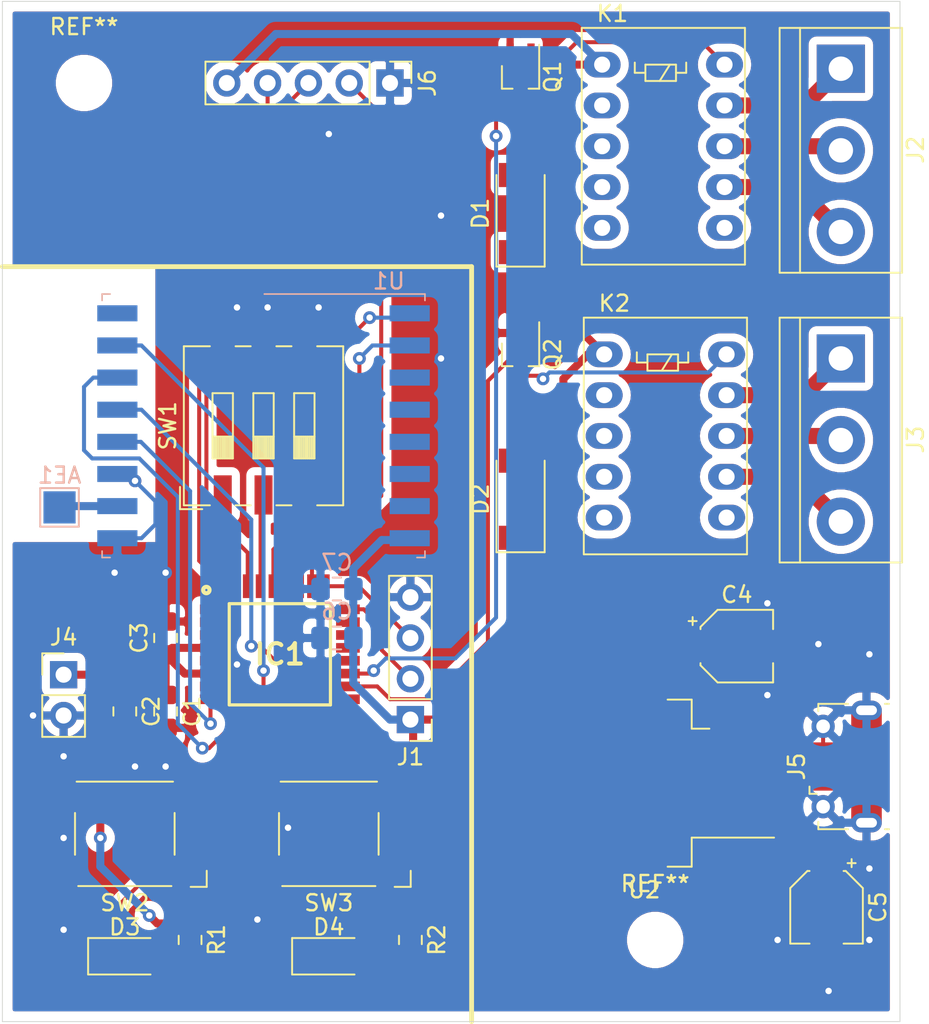
<source format=kicad_pcb>
(kicad_pcb (version 20171130) (host pcbnew 5.1.7-a382d34a8~87~ubuntu18.04.1)
  (layers (0 F.Cu signal) (31 B.Cu signal) (34 B.Paste user) (35 F.Paste user) (36 B.SilkS user) (37 F.SilkS user) (38 B.Mask user) (39 F.Mask user) (44 Edge.Cuts user))
  (net 0 "")
  (net 1 "Net-(IC1-Pad23)")
  (net 2 "Net-(IC1-Pad22)")
  (net 3 "Net-(IC1-Pad21)")
  (net 4 "Net-(IC1-Pad20)")
  (net 5 "Net-(IC1-Pad17)")
  (net 6 "Net-(IC1-Pad12)")
  (net 7 "Net-(IC1-Pad7)")
  (net 8 "Net-(IC1-Pad3)")
  (net 9 "Net-(IC1-Pad2)")
  (net 10 "Net-(AE1-Pad1)")
  (net 11 GND)
  (net 12 VDD)
  (net 13 "Net-(C4-Pad1)")
  (net 14 "Net-(D1-Pad2)")
  (net 15 "Net-(D2-Pad2)")
  (net 16 "Net-(D3-Pad2)")
  (net 17 /LED-1)
  (net 18 "Net-(D4-Pad2)")
  (net 19 /LED-2)
  (net 20 /CODE-3)
  (net 21 /CODE-2)
  (net 22 /CODE-1)
  (net 23 /SWCLK)
  (net 24 /SWDIO)
  (net 25 /RELAY-1)
  (net 26 /RELAY-2)
  (net 27 /BTN-2)
  (net 28 /BTN-1)
  (net 29 /MISO)
  (net 30 /RF_IRQ)
  (net 31 /NSS)
  (net 32 /MOSI)
  (net 33 /SCK)
  (net 34 /RF_RST)
  (net 35 "Net-(J2-Pad3)")
  (net 36 "Net-(J2-Pad2)")
  (net 37 "Net-(J2-Pad1)")
  (net 38 "Net-(J3-Pad3)")
  (net 39 "Net-(J3-Pad2)")
  (net 40 "Net-(J3-Pad1)")
  (net 41 "Net-(J5-Pad3)")
  (net 42 "Net-(J5-Pad4)")
  (net 43 "Net-(J5-Pad2)")
  (net 44 "Net-(K1-Pad4)")
  (net 45 "Net-(K1-Pad3)")
  (net 46 "Net-(K1-Pad2)")
  (net 47 "Net-(K2-Pad4)")
  (net 48 "Net-(K2-Pad3)")
  (net 49 "Net-(K2-Pad2)")
  (net 50 "Net-(U1-Pad3)")
  (net 51 "Net-(U1-Pad4)")
  (net 52 "Net-(U1-Pad5)")
  (net 53 "Net-(U1-Pad6)")
  (net 54 "Net-(U1-Pad7)")
  (net 55 "Net-(U1-Pad16)")
  (net 56 /EXT-2)
  (net 57 /EXT-3)
  (net 58 /EXT-1)
  (module Connector_PinHeader_2.54mm:PinHeader_1x05_P2.54mm_Vertical (layer F.Cu) (at 49.53 43.18 270)
    (fp_text reference J6 (at 0 -2.33 90) (layer F.SilkS))
    (fp_text value EXTERNAL)
    (pad 5 thru_hole oval (at 0 10.16 270) (size 1.7 1.7) (drill 1) (layers *.Cu *.Mask) (net 12 VDD))
    (pad 4 thru_hole oval (at 0 7.62 270) (size 1.7 1.7) (drill 1) (layers *.Cu *.Mask) (net 58 /EXT-1))
    (pad 3 thru_hole oval (at 0 5.08 270) (size 1.7 1.7) (drill 1) (layers *.Cu *.Mask) (net 56 /EXT-2))
    (pad 2 thru_hole oval (at 0 2.54 270) (size 1.7 1.7) (drill 1) (layers *.Cu *.Mask) (net 57 /EXT-3))
    (pad 1 thru_hole rect (at 0 0 270) (size 1.7 1.7) (drill 1) (layers *.Cu *.Mask) (net 11 GND))
  )
  (module MountingHole:MountingHole_2.5mm (layer F.Cu) (at 66.04 96.52)
    (fp_text reference REF** (at 0 -3.5) (layer F.SilkS))
    (fp_text value MountingHole_2.5mm)
    (pad 1 np_thru_hole circle (at 0 0) (size 2.5 2.5) (drill 2.5) (layers *.Cu *.Mask))
  )
  (module MountingHole:MountingHole_2.5mm (layer F.Cu) (at 30.48 43.18)
    (fp_text reference REF** (at 0 -3.5) (layer F.SilkS))
    (fp_text value MountingHole_2.5mm)
    (pad 1 np_thru_hole circle (at 0 0) (size 2.5 2.5) (drill 2.5) (layers *.Cu *.Mask))
  )
  (module Package_TO_SOT_SMD:TO-263-3_TabPin2 (layer F.Cu) (at 65.363 86.76 180)
    (fp_text reference U2 (at 0 -6.65) (layer F.SilkS))
    (fp_text value LD1085D2T33R)
    (pad 2 smd rect (at 3.375 0 180) (size 9.4 10.8) (layers F.Cu F.Mask) (net 12 VDD))
    (pad 3 smd rect (at -5.775 2.54 180) (size 4.6 1.1) (layers F.Cu F.Paste F.Mask) (net 13 "Net-(C4-Pad1)"))
    (pad 2 smd rect (at -5.775 0 180) (size 4.6 1.1) (layers F.Cu F.Paste F.Mask) (net 12 VDD))
    (pad 1 smd rect (at -5.775 -2.54 180) (size 4.6 1.1) (layers F.Cu F.Paste F.Mask) (net 11 GND))
  )
  (module RF_Module:HOPERF_RFM69HW (layer B.Cu) (at 41.656 64.516 180)
    (fp_text reference U1 (at -7.8 9) (layer B.SilkS) (effects (justify mirror)))
    (fp_text value RFM69HW-868S2)
    (pad 1 smd rect (at -9.1 7 180) (size 2.5 1) (layers B.Cu B.Paste B.Mask) (net 34 /RF_RST))
    (pad 2 smd rect (at -9.1 5 180) (size 2.5 1) (layers B.Cu B.Paste B.Mask) (net 30 /RF_IRQ))
    (pad 3 smd rect (at -9.1 3 180) (size 2.5 1) (layers B.Cu B.Paste B.Mask) (net 50 "Net-(U1-Pad3)"))
    (pad 4 smd rect (at -9.1 1 180) (size 2.5 1) (layers B.Cu B.Paste B.Mask) (net 51 "Net-(U1-Pad4)"))
    (pad 5 smd rect (at -9.1 -1 180) (size 2.5 1) (layers B.Cu B.Paste B.Mask) (net 52 "Net-(U1-Pad5)"))
    (pad 6 smd rect (at -9.1 -3 180) (size 2.5 1) (layers B.Cu B.Paste B.Mask) (net 53 "Net-(U1-Pad6)"))
    (pad 7 smd rect (at -9.1 -5 180) (size 2.5 1) (layers B.Cu B.Paste B.Mask) (net 54 "Net-(U1-Pad7)"))
    (pad 8 smd rect (at -9.1 -7 180) (size 2.5 1) (layers B.Cu B.Paste B.Mask) (net 12 VDD))
    (pad 9 smd rect (at 9.1 -7 180) (size 2.5 1) (layers B.Cu B.Paste B.Mask) (net 11 GND))
    (pad 10 smd rect (at 9.1 -5 180) (size 2.5 1) (layers B.Cu B.Paste B.Mask) (net 10 "Net-(AE1-Pad1)"))
    (pad 11 smd rect (at 9.1 -3 180) (size 2.5 1) (layers B.Cu B.Paste B.Mask) (net 11 GND))
    (pad 12 smd rect (at 9.1 -1 180) (size 2.5 1) (layers B.Cu B.Paste B.Mask) (net 33 /SCK))
    (pad 13 smd rect (at 9.1 1 180) (size 2.5 1) (layers B.Cu B.Paste B.Mask) (net 29 /MISO))
    (pad 14 smd rect (at 9.1 3 180) (size 2.5 1) (layers B.Cu B.Paste B.Mask) (net 32 /MOSI))
    (pad 15 smd rect (at 9.1 5 180) (size 2.5 1) (layers B.Cu B.Paste B.Mask) (net 31 /NSS))
    (pad 16 smd rect (at 9.1 7 180) (size 2.5 1) (layers B.Cu B.Paste B.Mask) (net 55 "Net-(U1-Pad16)"))
  )
  (module Button_Switch_SMD:SW_SPST_Omron_B3FS-101xP (layer F.Cu) (at 45.72 89.916 180)
    (fp_text reference SW3 (at 0 -4.3) (layer F.SilkS))
    (fp_text value BTN2)
    (pad 3 smd rect (at -4 2.25) (size 1.6 1.4) (layers F.Cu F.Paste F.Mask))
    (pad 4 smd rect (at 4 2.25) (size 1.6 1.4) (layers F.Cu F.Paste F.Mask))
    (pad 1 smd rect (at -4 -2.25) (size 1.6 1.4) (layers F.Cu F.Paste F.Mask) (net 27 /BTN-2))
    (pad 2 smd rect (at 4 -2.25) (size 1.6 1.4) (layers F.Cu F.Paste F.Mask) (net 11 GND))
  )
  (module Button_Switch_SMD:SW_SPST_Omron_B3FS-101xP (layer F.Cu) (at 33.02 89.916 180)
    (fp_text reference SW2 (at 0 -4.3) (layer F.SilkS))
    (fp_text value BTN1)
    (pad 3 smd rect (at -4 2.25) (size 1.6 1.4) (layers F.Cu F.Paste F.Mask))
    (pad 4 smd rect (at 4 2.25) (size 1.6 1.4) (layers F.Cu F.Paste F.Mask))
    (pad 1 smd rect (at -4 -2.25) (size 1.6 1.4) (layers F.Cu F.Paste F.Mask) (net 28 /BTN-1))
    (pad 2 smd rect (at 4 -2.25) (size 1.6 1.4) (layers F.Cu F.Paste F.Mask) (net 11 GND))
  )
  (module Button_Switch_SMD:SW_DIP_SPSTx03_Slide_9.78x9.8mm_W8.61mm_P2.54mm (layer F.Cu) (at 41.656 64.516 90)
    (fp_text reference SW1 (at 0 -5.96 90) (layer F.SilkS))
    (fp_text value ESD103EZ)
    (pad 6 smd rect (at 4.305 -2.54 90) (size 2.44 1.12) (layers F.Cu F.Paste F.Mask) (net 11 GND))
    (pad 3 smd rect (at -4.305 2.54 90) (size 2.44 1.12) (layers F.Cu F.Paste F.Mask) (net 20 /CODE-3))
    (pad 5 smd rect (at 4.305 0 90) (size 2.44 1.12) (layers F.Cu F.Paste F.Mask) (net 11 GND))
    (pad 2 smd rect (at -4.305 0 90) (size 2.44 1.12) (layers F.Cu F.Paste F.Mask) (net 21 /CODE-2))
    (pad 4 smd rect (at 4.305 2.54 90) (size 2.44 1.12) (layers F.Cu F.Paste F.Mask) (net 11 GND))
    (pad 1 smd rect (at -4.305 -2.54 90) (size 2.44 1.12) (layers F.Cu F.Paste F.Mask) (net 22 /CODE-1))
  )
  (module Resistor_SMD:R_0805_2012Metric_Pad1.15x1.40mm_HandSolder (layer F.Cu) (at 50.8 96.52 270)
    (fp_text reference R2 (at 0 -1.65 90) (layer F.SilkS))
    (fp_text value R_Small)
    (pad 2 smd roundrect (at 1.025 0 270) (size 1.15 1.4) (layers F.Cu F.Paste F.Mask) (roundrect_rratio 0.217391) (net 18 "Net-(D4-Pad2)"))
    (pad 1 smd roundrect (at -1.025 0 270) (size 1.15 1.4) (layers F.Cu F.Paste F.Mask) (roundrect_rratio 0.217391) (net 12 VDD))
  )
  (module Resistor_SMD:R_0805_2012Metric_Pad1.15x1.40mm_HandSolder (layer F.Cu) (at 37.084 96.52 270)
    (fp_text reference R1 (at 0 -1.65 90) (layer F.SilkS))
    (fp_text value R_Small)
    (pad 2 smd roundrect (at 1.025 0 270) (size 1.15 1.4) (layers F.Cu F.Paste F.Mask) (roundrect_rratio 0.217391) (net 16 "Net-(D3-Pad2)"))
    (pad 1 smd roundrect (at -1.025 0 270) (size 1.15 1.4) (layers F.Cu F.Paste F.Mask) (roundrect_rratio 0.217391) (net 12 VDD))
  )
  (module Package_TO_SOT_SMD:SOT-323_SC-70_Handsoldering (layer F.Cu) (at 57.658 60.071 270)
    (fp_text reference Q2 (at 0 -2 90) (layer F.SilkS))
    (fp_text value PDTC114EU)
    (pad 3 smd rect (at 1.33 0 180) (size 0.45 1.5) (layers F.Cu F.Paste F.Mask) (net 15 "Net-(D2-Pad2)"))
    (pad 2 smd rect (at -1.33 0.65 180) (size 0.45 1.5) (layers F.Cu F.Paste F.Mask) (net 11 GND))
    (pad 1 smd rect (at -1.33 -0.65 180) (size 0.45 1.5) (layers F.Cu F.Paste F.Mask) (net 26 /RELAY-2))
  )
  (module Package_TO_SOT_SMD:SOT-323_SC-70_Handsoldering (layer F.Cu) (at 57.658 42.799 270)
    (fp_text reference Q1 (at 0 -2 90) (layer F.SilkS))
    (fp_text value PDTC114EU)
    (pad 3 smd rect (at 1.33 0 180) (size 0.45 1.5) (layers F.Cu F.Paste F.Mask) (net 14 "Net-(D1-Pad2)"))
    (pad 2 smd rect (at -1.33 0.65 180) (size 0.45 1.5) (layers F.Cu F.Paste F.Mask) (net 11 GND))
    (pad 1 smd rect (at -1.33 -0.65 180) (size 0.45 1.5) (layers F.Cu F.Paste F.Mask) (net 25 /RELAY-1))
  )
  (module Relay_THT:Relay_DPDT_FRT5 (layer F.Cu) (at 62.865 60.071)
    (fp_text reference K2 (at 0.635 -3.175) (layer F.SilkS))
    (fp_text value AZ822-2C-3DSE)
    (pad 10 thru_hole oval (at 7.62 0) (size 2.3 1.6) (drill 1) (layers *.Cu *.Mask) (net 15 "Net-(D2-Pad2)"))
    (pad 9 thru_hole oval (at 7.62 2.54) (size 2.3 1.6) (drill 1) (layers *.Cu *.Mask) (net 40 "Net-(J3-Pad1)"))
    (pad 8 thru_hole oval (at 7.62 5.08) (size 2.3 1.6) (drill 1) (layers *.Cu *.Mask) (net 39 "Net-(J3-Pad2)"))
    (pad 7 thru_hole oval (at 7.62 7.62) (size 2.3 1.6) (drill 1) (layers *.Cu *.Mask) (net 38 "Net-(J3-Pad3)"))
    (pad 6 thru_hole oval (at 7.62 10.16) (size 2.3 1.6) (drill 1) (layers *.Cu *.Mask))
    (pad 5 thru_hole oval (at 0 10.16) (size 2.3 1.6) (drill 1) (layers *.Cu *.Mask))
    (pad 4 thru_hole oval (at 0 7.62) (size 2.3 1.6) (drill 1) (layers *.Cu *.Mask) (net 47 "Net-(K2-Pad4)"))
    (pad 3 thru_hole oval (at 0 5.08) (size 2.3 1.6) (drill 1) (layers *.Cu *.Mask) (net 48 "Net-(K2-Pad3)"))
    (pad 2 thru_hole oval (at 0 2.54) (size 2.3 1.6) (drill 1) (layers *.Cu *.Mask) (net 49 "Net-(K2-Pad2)"))
    (pad 1 thru_hole oval (at 0 0) (size 2.3 1.6) (drill 1) (layers *.Cu *.Mask) (net 12 VDD))
  )
  (module Relay_THT:Relay_DPDT_FRT5 (layer F.Cu) (at 62.738 42.037)
    (fp_text reference K1 (at 0.635 -3.175) (layer F.SilkS))
    (fp_text value AZ822-2C-3DSE)
    (pad 10 thru_hole oval (at 7.62 0) (size 2.3 1.6) (drill 1) (layers *.Cu *.Mask) (net 14 "Net-(D1-Pad2)"))
    (pad 9 thru_hole oval (at 7.62 2.54) (size 2.3 1.6) (drill 1) (layers *.Cu *.Mask) (net 37 "Net-(J2-Pad1)"))
    (pad 8 thru_hole oval (at 7.62 5.08) (size 2.3 1.6) (drill 1) (layers *.Cu *.Mask) (net 36 "Net-(J2-Pad2)"))
    (pad 7 thru_hole oval (at 7.62 7.62) (size 2.3 1.6) (drill 1) (layers *.Cu *.Mask) (net 35 "Net-(J2-Pad3)"))
    (pad 6 thru_hole oval (at 7.62 10.16) (size 2.3 1.6) (drill 1) (layers *.Cu *.Mask))
    (pad 5 thru_hole oval (at 0 10.16) (size 2.3 1.6) (drill 1) (layers *.Cu *.Mask))
    (pad 4 thru_hole oval (at 0 7.62) (size 2.3 1.6) (drill 1) (layers *.Cu *.Mask) (net 44 "Net-(K1-Pad4)"))
    (pad 3 thru_hole oval (at 0 5.08) (size 2.3 1.6) (drill 1) (layers *.Cu *.Mask) (net 45 "Net-(K1-Pad3)"))
    (pad 2 thru_hole oval (at 0 2.54) (size 2.3 1.6) (drill 1) (layers *.Cu *.Mask) (net 46 "Net-(K1-Pad2)"))
    (pad 1 thru_hole oval (at 0 0) (size 2.3 1.6) (drill 1) (layers *.Cu *.Mask) (net 12 VDD))
  )
  (module Connector_USB:USB_Micro-B_Molex-105017-0001 (layer F.Cu) (at 77.957 85.725 90)
    (fp_text reference J5 (at 0 -3.1125 90) (layer F.SilkS))
    (fp_text value USB_B_Micro)
    (pad 6 smd rect (at -2.9 1.2375 90) (size 1.2 1.9) (layers F.Cu F.Mask) (net 11 GND))
    (pad 6 smd rect (at 2.9 1.2375 90) (size 1.2 1.9) (layers F.Cu F.Mask) (net 11 GND))
    (pad 6 thru_hole oval (at 3.5 1.2375 90) (size 1.2 1.9) (drill oval 0.6 1.3) (layers *.Cu *.Mask) (net 11 GND))
    (pad 6 thru_hole oval (at -3.5 1.2375 270) (size 1.2 1.9) (drill oval 0.6 1.3) (layers *.Cu *.Mask) (net 11 GND))
    (pad 6 smd rect (at -1 1.2375 90) (size 1.5 1.9) (layers F.Cu F.Paste F.Mask) (net 11 GND))
    (pad 6 thru_hole circle (at 2.5 -1.4625 90) (size 1.45 1.45) (drill 0.85) (layers *.Cu *.Mask) (net 11 GND))
    (pad 3 smd rect (at 0 -1.4625 90) (size 0.4 1.35) (layers F.Cu F.Paste F.Mask) (net 41 "Net-(J5-Pad3)"))
    (pad 4 smd rect (at 0.65 -1.4625 90) (size 0.4 1.35) (layers F.Cu F.Paste F.Mask) (net 42 "Net-(J5-Pad4)"))
    (pad 5 smd rect (at 1.3 -1.4625 90) (size 0.4 1.35) (layers F.Cu F.Paste F.Mask) (net 11 GND))
    (pad 1 smd rect (at -1.3 -1.4625 90) (size 0.4 1.35) (layers F.Cu F.Paste F.Mask) (net 13 "Net-(C4-Pad1)"))
    (pad 2 smd rect (at -0.65 -1.4625 90) (size 0.4 1.35) (layers F.Cu F.Paste F.Mask) (net 43 "Net-(J5-Pad2)"))
    (pad 6 thru_hole circle (at -2.5 -1.4625 90) (size 1.45 1.45) (drill 0.85) (layers *.Cu *.Mask) (net 11 GND))
    (pad 6 smd rect (at 1 1.2375 90) (size 1.5 1.9) (layers F.Cu F.Paste F.Mask) (net 11 GND))
  )
  (module Connector_PinHeader_2.54mm:PinHeader_1x02_P2.54mm_Vertical (layer F.Cu) (at 29.21 80.01)
    (fp_text reference J4 (at 0 -2.33) (layer F.SilkS))
    (fp_text value BATT)
    (pad 2 thru_hole oval (at 0 2.54) (size 1.7 1.7) (drill 1) (layers *.Cu *.Mask) (net 11 GND))
    (pad 1 thru_hole rect (at 0 0) (size 1.7 1.7) (drill 1) (layers *.Cu *.Mask) (net 12 VDD))
  )
  (module TerminalBlock:TerminalBlock_bornier-3_P5.08mm (layer F.Cu) (at 77.597 60.325 270)
    (fp_text reference J3 (at 5.05 -4.65 90) (layer F.SilkS))
    (fp_text value CON-2)
    (pad 3 thru_hole circle (at 10.16 0 270) (size 3 3) (drill 1.52) (layers *.Cu *.Mask) (net 38 "Net-(J3-Pad3)"))
    (pad 2 thru_hole circle (at 5.08 0 270) (size 3 3) (drill 1.52) (layers *.Cu *.Mask) (net 39 "Net-(J3-Pad2)"))
    (pad 1 thru_hole rect (at 0 0 270) (size 3 3) (drill 1.52) (layers *.Cu *.Mask) (net 40 "Net-(J3-Pad1)"))
  )
  (module TerminalBlock:TerminalBlock_bornier-3_P5.08mm (layer F.Cu) (at 77.597 42.291 270)
    (fp_text reference J2 (at 5.05 -4.65 90) (layer F.SilkS))
    (fp_text value CON-1)
    (pad 3 thru_hole circle (at 10.16 0 270) (size 3 3) (drill 1.52) (layers *.Cu *.Mask) (net 35 "Net-(J2-Pad3)"))
    (pad 2 thru_hole circle (at 5.08 0 270) (size 3 3) (drill 1.52) (layers *.Cu *.Mask) (net 36 "Net-(J2-Pad2)"))
    (pad 1 thru_hole rect (at 0 0 270) (size 3 3) (drill 1.52) (layers *.Cu *.Mask) (net 37 "Net-(J2-Pad1)"))
  )
  (module Connector_PinHeader_2.54mm:PinHeader_1x04_P2.54mm_Vertical (layer F.Cu) (at 50.8 82.804 180)
    (fp_text reference J1 (at 0 -2.33) (layer F.SilkS))
    (fp_text value PRG)
    (pad 4 thru_hole oval (at 0 7.62 180) (size 1.7 1.7) (drill 1) (layers *.Cu *.Mask) (net 11 GND))
    (pad 3 thru_hole oval (at 0 5.08 180) (size 1.7 1.7) (drill 1) (layers *.Cu *.Mask) (net 23 /SWCLK))
    (pad 2 thru_hole oval (at 0 2.54 180) (size 1.7 1.7) (drill 1) (layers *.Cu *.Mask) (net 24 /SWDIO))
    (pad 1 thru_hole rect (at 0 0 180) (size 1.7 1.7) (drill 1) (layers *.Cu *.Mask) (net 12 VDD))
  )
  (module Diode_SMD:D_1206_3216Metric (layer F.Cu) (at 45.72 97.536)
    (fp_text reference D4 (at 0 -1.82) (layer F.SilkS))
    (fp_text value LED)
    (pad 2 smd roundrect (at 1.4 0) (size 1.25 1.75) (layers F.Cu F.Paste F.Mask) (roundrect_rratio 0.2) (net 18 "Net-(D4-Pad2)"))
    (pad 1 smd roundrect (at -1.4 0) (size 1.25 1.75) (layers F.Cu F.Paste F.Mask) (roundrect_rratio 0.2) (net 19 /LED-2))
  )
  (module Diode_SMD:D_1206_3216Metric (layer F.Cu) (at 33.02 97.536)
    (fp_text reference D3 (at 0 -1.82) (layer F.SilkS))
    (fp_text value LED)
    (pad 2 smd roundrect (at 1.4 0) (size 1.25 1.75) (layers F.Cu F.Paste F.Mask) (roundrect_rratio 0.2) (net 16 "Net-(D3-Pad2)"))
    (pad 1 smd roundrect (at -1.4 0) (size 1.25 1.75) (layers F.Cu F.Paste F.Mask) (roundrect_rratio 0.2) (net 17 /LED-1))
  )
  (module Diode_SMD:D_MELF (layer F.Cu) (at 57.658 69.088 90)
    (fp_text reference D2 (at 0 -2.5 90) (layer F.SilkS))
    (fp_text value D_Schottky)
    (pad 2 smd rect (at 2.4 0 90) (size 1.5 2.7) (layers F.Cu F.Paste F.Mask) (net 15 "Net-(D2-Pad2)"))
    (pad 1 smd rect (at -2.4 0 90) (size 1.5 2.7) (layers F.Cu F.Paste F.Mask) (net 12 VDD))
  )
  (module Diode_SMD:D_MELF (layer F.Cu) (at 57.658 51.308 90)
    (fp_text reference D1 (at 0 -2.5 90) (layer F.SilkS))
    (fp_text value D_Schottky)
    (pad 2 smd rect (at 2.4 0 90) (size 1.5 2.7) (layers F.Cu F.Paste F.Mask) (net 14 "Net-(D1-Pad2)"))
    (pad 1 smd rect (at -2.4 0 90) (size 1.5 2.7) (layers F.Cu F.Paste F.Mask) (net 12 VDD))
  )
  (module Capacitor_SMD:C_0805_2012Metric_Pad1.15x1.40mm_HandSolder (layer B.Cu) (at 46.228 74.676 180)
    (fp_text reference C7 (at 0 1.65) (layer B.SilkS) (effects (justify mirror)))
    (fp_text value 1uF)
    (pad 2 smd roundrect (at 1.025 0 180) (size 1.15 1.4) (layers B.Cu B.Paste B.Mask) (roundrect_rratio 0.217391) (net 11 GND))
    (pad 1 smd roundrect (at -1.025 0 180) (size 1.15 1.4) (layers B.Cu B.Paste B.Mask) (roundrect_rratio 0.217391) (net 12 VDD))
  )
  (module Capacitor_SMD:C_0805_2012Metric_Pad1.15x1.40mm_HandSolder (layer B.Cu) (at 46.228 77.724 180)
    (fp_text reference C6 (at 0 1.65) (layer B.SilkS) (effects (justify mirror)))
    (fp_text value 100nF)
    (pad 2 smd roundrect (at 1.025 0 180) (size 1.15 1.4) (layers B.Cu B.Paste B.Mask) (roundrect_rratio 0.217391) (net 11 GND))
    (pad 1 smd roundrect (at -1.025 0 180) (size 1.15 1.4) (layers B.Cu B.Paste B.Mask) (roundrect_rratio 0.217391) (net 12 VDD))
  )
  (module Capacitor_SMD:CP_Elec_4x5.3 (layer F.Cu) (at 76.708 94.488 270)
    (fp_text reference C5 (at 0 -3.2 90) (layer F.SilkS))
    (fp_text value 10uF)
    (pad 2 smd roundrect (at 1.8 0 270) (size 2.6 1.6) (layers F.Cu F.Paste F.Mask) (roundrect_rratio 0.15625) (net 11 GND))
    (pad 1 smd roundrect (at -1.8 0 270) (size 2.6 1.6) (layers F.Cu F.Paste F.Mask) (roundrect_rratio 0.15625) (net 12 VDD))
  )
  (module Capacitor_SMD:CP_Elec_4x5.3 (layer F.Cu) (at 71.12 78.232)
    (fp_text reference C4 (at 0 -3.2) (layer F.SilkS))
    (fp_text value 10uF)
    (pad 2 smd roundrect (at 1.8 0) (size 2.6 1.6) (layers F.Cu F.Paste F.Mask) (roundrect_rratio 0.15625) (net 11 GND))
    (pad 1 smd roundrect (at -1.8 0) (size 2.6 1.6) (layers F.Cu F.Paste F.Mask) (roundrect_rratio 0.15625) (net 13 "Net-(C4-Pad1)"))
  )
  (module Capacitor_SMD:C_0805_2012Metric_Pad1.15x1.40mm_HandSolder (layer F.Cu) (at 35.56 77.724 90)
    (fp_text reference C3 (at 0 -1.65 90) (layer F.SilkS))
    (fp_text value 100nF)
    (pad 2 smd roundrect (at 1.025 0 90) (size 1.15 1.4) (layers F.Cu F.Paste F.Mask) (roundrect_rratio 0.217391) (net 11 GND))
    (pad 1 smd roundrect (at -1.025 0 90) (size 1.15 1.4) (layers F.Cu F.Paste F.Mask) (roundrect_rratio 0.217391) (net 12 VDD))
  )
  (module Capacitor_SMD:C_0805_2012Metric_Pad1.15x1.40mm_HandSolder (layer F.Cu) (at 33.02 82.296 270)
    (fp_text reference C2 (at 0 -1.65 90) (layer F.SilkS))
    (fp_text value 4.7uF)
    (pad 2 smd roundrect (at 1.025 0 270) (size 1.15 1.4) (layers F.Cu F.Paste F.Mask) (roundrect_rratio 0.217391) (net 11 GND))
    (pad 1 smd roundrect (at -1.025 0 270) (size 1.15 1.4) (layers F.Cu F.Paste F.Mask) (roundrect_rratio 0.217391) (net 12 VDD))
  )
  (module Capacitor_SMD:C_0805_2012Metric_Pad1.15x1.40mm_HandSolder (layer F.Cu) (at 35.56 82.296 270)
    (fp_text reference C1 (at 0 -1.65 90) (layer F.SilkS))
    (fp_text value 100nF)
    (pad 2 smd roundrect (at 1.025 0 270) (size 1.15 1.4) (layers F.Cu F.Paste F.Mask) (roundrect_rratio 0.217391) (net 11 GND))
    (pad 1 smd roundrect (at -1.025 0 270) (size 1.15 1.4) (layers F.Cu F.Paste F.Mask) (roundrect_rratio 0.217391) (net 12 VDD))
  )
  (module TestPoint:TestPoint_Pad_2.0x2.0mm (layer B.Cu) (at 28.956 69.596 180)
    (fp_text reference AE1 (at 0 1.998) (layer B.SilkS) (effects (justify mirror)))
    (fp_text value Antenna)
    (pad 1 smd rect (at 0 0 180) (size 2 2) (layers B.Cu B.Mask) (net 10 "Net-(AE1-Pad1)"))
  )
  (module STM32G030K8T6:QFP80P900X900X160-32N (layer F.Cu) (at 42.672 78.74)
    (fp_text reference IC1 (at 0 0) (layer F.SilkS) (effects (font (size 1.27 1.27) (thickness 0.254))))
    (fp_text value STM32G030K8T6 hide)
    (pad 32 smd rect (at -2.8 -4.238) (size 0.6 1.475) (layers F.Cu F.Paste F.Mask) (net 56 /EXT-2))
    (pad 31 smd rect (at -2 -4.238) (size 0.6 1.475) (layers F.Cu F.Paste F.Mask) (net 22 /CODE-1))
    (pad 30 smd rect (at -1.2 -4.238) (size 0.6 1.475) (layers F.Cu F.Paste F.Mask) (net 21 /CODE-2))
    (pad 29 smd rect (at -0.4 -4.238) (size 0.6 1.475) (layers F.Cu F.Paste F.Mask) (net 20 /CODE-3))
    (pad 28 smd rect (at 0.4 -4.238) (size 0.6 1.475) (layers F.Cu F.Paste F.Mask) (net 34 /RF_RST))
    (pad 27 smd rect (at 1.2 -4.238) (size 0.6 1.475) (layers F.Cu F.Paste F.Mask) (net 30 /RF_IRQ))
    (pad 26 smd rect (at 2 -4.238) (size 0.6 1.475) (layers F.Cu F.Paste F.Mask) (net 57 /EXT-3))
    (pad 25 smd rect (at 2.8 -4.238) (size 0.6 1.475) (layers F.Cu F.Paste F.Mask) (net 23 /SWCLK))
    (pad 24 smd rect (at 4.238 -2.8 90) (size 0.6 1.475) (layers F.Cu F.Paste F.Mask) (net 24 /SWDIO))
    (pad 23 smd rect (at 4.238 -2 90) (size 0.6 1.475) (layers F.Cu F.Paste F.Mask) (net 1 "Net-(IC1-Pad23)"))
    (pad 22 smd rect (at 4.238 -1.2 90) (size 0.6 1.475) (layers F.Cu F.Paste F.Mask) (net 2 "Net-(IC1-Pad22)"))
    (pad 21 smd rect (at 4.238 -0.4 90) (size 0.6 1.475) (layers F.Cu F.Paste F.Mask) (net 3 "Net-(IC1-Pad21)"))
    (pad 20 smd rect (at 4.238 0.4 90) (size 0.6 1.475) (layers F.Cu F.Paste F.Mask) (net 4 "Net-(IC1-Pad20)"))
    (pad 19 smd rect (at 4.238 1.2 90) (size 0.6 1.475) (layers F.Cu F.Paste F.Mask) (net 25 /RELAY-1))
    (pad 18 smd rect (at 4.238 2 90) (size 0.6 1.475) (layers F.Cu F.Paste F.Mask) (net 26 /RELAY-2))
    (pad 17 smd rect (at 4.238 2.8 90) (size 0.6 1.475) (layers F.Cu F.Paste F.Mask) (net 5 "Net-(IC1-Pad17)"))
    (pad 16 smd rect (at 2.8 4.238) (size 0.6 1.475) (layers F.Cu F.Paste F.Mask) (net 27 /BTN-2))
    (pad 15 smd rect (at 2 4.238) (size 0.6 1.475) (layers F.Cu F.Paste F.Mask) (net 19 /LED-2))
    (pad 14 smd rect (at 1.2 4.238) (size 0.6 1.475) (layers F.Cu F.Paste F.Mask) (net 28 /BTN-1))
    (pad 13 smd rect (at 0.4 4.238) (size 0.6 1.475) (layers F.Cu F.Paste F.Mask) (net 29 /MISO))
    (pad 12 smd rect (at -0.4 4.238) (size 0.6 1.475) (layers F.Cu F.Paste F.Mask) (net 6 "Net-(IC1-Pad12)"))
    (pad 11 smd rect (at -1.2 4.238) (size 0.6 1.475) (layers F.Cu F.Paste F.Mask) (net 31 /NSS))
    (pad 10 smd rect (at -2 4.238) (size 0.6 1.475) (layers F.Cu F.Paste F.Mask) (net 17 /LED-1))
    (pad 9 smd rect (at -2.8 4.238) (size 0.6 1.475) (layers F.Cu F.Paste F.Mask) (net 32 /MOSI))
    (pad 8 smd rect (at -4.238 2.8 90) (size 0.6 1.475) (layers F.Cu F.Paste F.Mask) (net 33 /SCK))
    (pad 7 smd rect (at -4.238 2 90) (size 0.6 1.475) (layers F.Cu F.Paste F.Mask) (net 7 "Net-(IC1-Pad7)"))
    (pad 6 smd rect (at -4.238 1.2 90) (size 0.6 1.475) (layers F.Cu F.Paste F.Mask) (net 12 VDD))
    (pad 5 smd rect (at -4.238 0.4 90) (size 0.6 1.475) (layers F.Cu F.Paste F.Mask) (net 11 GND))
    (pad 4 smd rect (at -4.238 -0.4 90) (size 0.6 1.475) (layers F.Cu F.Paste F.Mask) (net 12 VDD))
    (pad 3 smd rect (at -4.238 -1.2 90) (size 0.6 1.475) (layers F.Cu F.Paste F.Mask) (net 8 "Net-(IC1-Pad3)"))
    (pad 2 smd rect (at -4.238 -2 90) (size 0.6 1.475) (layers F.Cu F.Paste F.Mask) (net 9 "Net-(IC1-Pad2)"))
    (pad 1 smd rect (at -4.238 -2.8 90) (size 0.6 1.475) (layers F.Cu F.Paste F.Mask) (net 58 /EXT-1))
  )
  (gr_line (start 54.61 54.61) (end 25.4 54.61) (layer F.SilkS) (width 0.3))
  (gr_line (start 54.61 101.6) (end 54.61 54.61) (layer F.SilkS) (width 0.3))
  (gr_line (start 25.4 38.1) (end 25.4 101.6) (layer Edge.Cuts) (width 0.05))
  (gr_line (start 81.28 38.1) (end 25.4 38.1) (layer Edge.Cuts) (width 0.05))
  (gr_line (start 81.28 101.6) (end 81.28 38.1) (layer Edge.Cuts) (width 0.05))
  (gr_line (start 25.4 101.6) (end 81.28 101.6) (layer Edge.Cuts) (width 0.05))
  (via (at 33.655 67.945) (size 0.8) (drill 0.4) (layers F.Cu B.Cu) (net 11))
  (segment (start 29.036 69.516) (end 28.956 69.596) (width 0.5) (layer B.Cu) (net 10))
  (segment (start 32.556 69.516) (end 29.036 69.516) (width 0.5) (layer B.Cu) (net 10))
  (segment (start 76.4945 84.425) (end 76.4945 83.225) (width 0.25) (layer F.Cu) (net 11))
  (via (at 32.385 73.66) (size 0.8) (drill 0.4) (layers F.Cu B.Cu) (net 11))
  (segment (start 33.226 67.516) (end 33.655 67.945) (width 0.25) (layer B.Cu) (net 11))
  (segment (start 32.556 67.516) (end 33.226 67.516) (width 0.25) (layer B.Cu) (net 11))
  (segment (start 32.556 73.489) (end 32.385 73.66) (width 0.25) (layer B.Cu) (net 11))
  (segment (start 32.556 71.516) (end 32.556 73.489) (width 0.25) (layer B.Cu) (net 11))
  (segment (start 39.77 79.14) (end 40.005 79.375) (width 0.25) (layer F.Cu) (net 11))
  (via (at 40.005 79.375) (size 0.8) (drill 0.4) (layers F.Cu B.Cu) (net 11))
  (segment (start 38.434 79.14) (end 39.77 79.14) (width 0.25) (layer F.Cu) (net 11))
  (segment (start 34.056 71.516) (end 32.556 71.516) (width 0.25) (layer B.Cu) (net 11))
  (segment (start 34.925 70.647) (end 34.056 71.516) (width 0.25) (layer B.Cu) (net 11))
  (segment (start 34.925 69.215) (end 34.925 70.647) (width 0.25) (layer B.Cu) (net 11))
  (segment (start 33.655 67.945) (end 34.925 69.215) (width 0.25) (layer B.Cu) (net 11))
  (via (at 45.72 46.355) (size 0.8) (drill 0.4) (layers F.Cu B.Cu) (net 11))
  (via (at 41.91 57.15) (size 0.8) (drill 0.4) (layers F.Cu B.Cu) (net 11))
  (via (at 45.085 57.15) (size 0.8) (drill 0.4) (layers F.Cu B.Cu) (net 11))
  (via (at 40.005 57.15) (size 0.8) (drill 0.4) (layers F.Cu B.Cu) (net 11))
  (via (at 41.275 95.25) (size 0.8) (drill 0.4) (layers F.Cu B.Cu) (net 11))
  (via (at 43.18 89.535) (size 0.8) (drill 0.4) (layers F.Cu B.Cu) (net 11))
  (via (at 29.21 95.885) (size 0.8) (drill 0.4) (layers F.Cu B.Cu) (net 11))
  (via (at 29.21 90.17) (size 0.8) (drill 0.4) (layers F.Cu B.Cu) (net 11))
  (via (at 33.655 85.725) (size 0.8) (drill 0.4) (layers F.Cu B.Cu) (net 11))
  (via (at 35.56 85.725) (size 0.8) (drill 0.4) (layers F.Cu B.Cu) (net 11))
  (via (at 29.21 85.09) (size 0.8) (drill 0.4) (layers F.Cu B.Cu) (net 11))
  (via (at 27.305 82.55) (size 0.8) (drill 0.4) (layers F.Cu B.Cu) (net 11))
  (via (at 35.56 73.66) (size 0.8) (drill 0.4) (layers F.Cu B.Cu) (net 11))
  (via (at 52.705 51.435) (size 0.8) (drill 0.4) (layers F.Cu B.Cu) (net 11))
  (via (at 52.705 60.325) (size 0.8) (drill 0.4) (layers F.Cu B.Cu) (net 11))
  (via (at 73.66 96.52) (size 0.8) (drill 0.4) (layers F.Cu B.Cu) (net 11))
  (via (at 79.375 96.52) (size 0.8) (drill 0.4) (layers F.Cu B.Cu) (net 11))
  (via (at 76.835 99.695) (size 0.8) (drill 0.4) (layers F.Cu B.Cu) (net 11))
  (via (at 79.375 78.74) (size 0.8) (drill 0.4) (layers F.Cu B.Cu) (net 11))
  (via (at 79.375 92.075) (size 0.8) (drill 0.4) (layers F.Cu B.Cu) (net 11))
  (via (at 73.025 81.28) (size 0.8) (drill 0.4) (layers F.Cu B.Cu) (net 11))
  (via (at 76.2 78.105) (size 0.8) (drill 0.4) (layers F.Cu B.Cu) (net 11))
  (via (at 73.025 75.565) (size 0.8) (drill 0.4) (layers F.Cu B.Cu) (net 11))
  (segment (start 62.738 42.037) (end 60.833 42.037) (width 0.5) (layer F.Cu) (net 12))
  (segment (start 60.833 42.037) (end 60.325 42.545) (width 0.5) (layer F.Cu) (net 12))
  (segment (start 60.325 51.041) (end 57.658 53.708) (width 0.5) (layer F.Cu) (net 12))
  (segment (start 60.325 42.545) (end 60.325 51.041) (width 0.5) (layer F.Cu) (net 12))
  (segment (start 57.658 54.864) (end 62.865 60.071) (width 0.5) (layer F.Cu) (net 12))
  (segment (start 57.658 53.708) (end 57.658 54.864) (width 0.5) (layer F.Cu) (net 12))
  (segment (start 62.865 60.071) (end 61.849 60.071) (width 0.5) (layer F.Cu) (net 12))
  (segment (start 61.849 60.071) (end 60.325 61.595) (width 0.5) (layer F.Cu) (net 12))
  (segment (start 60.325 68.821) (end 57.658 71.488) (width 0.5) (layer F.Cu) (net 12))
  (segment (start 60.325 61.595) (end 60.325 68.821) (width 0.5) (layer F.Cu) (net 12))
  (segment (start 57.658 71.488) (end 57.658 73.533) (width 0.5) (layer F.Cu) (net 12))
  (segment (start 61.988 77.863) (end 61.988 86.76) (width 0.5) (layer F.Cu) (net 12))
  (segment (start 57.658 73.533) (end 61.988 77.863) (width 0.5) (layer F.Cu) (net 12))
  (segment (start 72.888 86.76) (end 71.138 86.76) (width 0.5) (layer F.Cu) (net 12))
  (segment (start 76.708 90.58) (end 72.888 86.76) (width 0.5) (layer F.Cu) (net 12))
  (segment (start 76.708 92.688) (end 76.708 90.58) (width 0.5) (layer F.Cu) (net 12))
  (segment (start 31.759 80.01) (end 33.02 81.271) (width 0.5) (layer F.Cu) (net 12))
  (segment (start 29.21 80.01) (end 31.759 80.01) (width 0.5) (layer F.Cu) (net 12))
  (segment (start 33.02 81.271) (end 35.56 81.271) (width 0.5) (layer F.Cu) (net 12))
  (segment (start 35.56 81.271) (end 35.56 78.749) (width 0.5) (layer F.Cu) (net 12))
  (segment (start 35.969 78.34) (end 38.434 78.34) (width 0.5) (layer F.Cu) (net 12))
  (segment (start 35.56 78.749) (end 35.969 78.34) (width 0.5) (layer F.Cu) (net 12))
  (segment (start 36.751 79.94) (end 38.434 79.94) (width 0.5) (layer F.Cu) (net 12))
  (segment (start 35.56 78.749) (end 36.751 79.94) (width 0.5) (layer F.Cu) (net 12))
  (segment (start 61.988 86.76) (end 60.09 86.76) (width 0.5) (layer F.Cu) (net 12))
  (segment (start 56.134 82.804) (end 50.8 82.804) (width 0.5) (layer F.Cu) (net 12))
  (segment (start 60.09 86.76) (end 56.134 82.804) (width 0.5) (layer F.Cu) (net 12))
  (segment (start 50.970001 95.324999) (end 50.8 95.495) (width 0.5) (layer F.Cu) (net 12))
  (segment (start 50.970001 82.974001) (end 50.970001 95.324999) (width 0.5) (layer F.Cu) (net 12))
  (segment (start 50.8 82.804) (end 50.970001 82.974001) (width 0.5) (layer F.Cu) (net 12))
  (segment (start 40.649 99.06) (end 37.084 95.495) (width 0.5) (layer F.Cu) (net 12))
  (segment (start 45.252983 99.06) (end 40.649 99.06) (width 0.5) (layer F.Cu) (net 12))
  (segment (start 45.72 98.592983) (end 45.252983 99.06) (width 0.5) (layer F.Cu) (net 12))
  (segment (start 45.72 96.733017) (end 45.72 98.592983) (width 0.5) (layer F.Cu) (net 12))
  (segment (start 46.958017 95.495) (end 45.72 96.733017) (width 0.5) (layer F.Cu) (net 12))
  (segment (start 50.8 95.495) (end 46.958017 95.495) (width 0.5) (layer F.Cu) (net 12))
  (segment (start 47.244 73.406) (end 49.022 71.628) (width 0.5) (layer B.Cu) (net 12))
  (segment (start 47.244 80.518) (end 47.244 73.406) (width 0.5) (layer B.Cu) (net 12))
  (segment (start 49.022 71.628) (end 50.8 71.628) (width 0.5) (layer B.Cu) (net 12))
  (segment (start 49.53 82.804) (end 47.244 80.518) (width 0.5) (layer B.Cu) (net 12))
  (segment (start 50.8 82.804) (end 49.53 82.804) (width 0.5) (layer B.Cu) (net 12))
  (segment (start 71.138 86.76) (end 61.988 86.76) (width 1) (layer F.Cu) (net 12))
  (via (at 34.544 94.996) (size 0.8) (drill 0.4) (layers F.Cu B.Cu) (net 12))
  (segment (start 35.043 95.495) (end 34.544 94.996) (width 0.5) (layer F.Cu) (net 12))
  (segment (start 37.084 95.495) (end 35.043 95.495) (width 0.5) (layer F.Cu) (net 12))
  (segment (start 34.544 94.996) (end 31.496 91.948) (width 0.5) (layer B.Cu) (net 12))
  (via (at 31.496 90.17) (size 0.8) (drill 0.4) (layers F.Cu B.Cu) (net 12))
  (segment (start 31.496 91.948) (end 31.496 90.17) (width 0.5) (layer B.Cu) (net 12))
  (segment (start 33.02 81.556034) (end 33.02 81.271) (width 0.5) (layer F.Cu) (net 12))
  (segment (start 31.496 83.080034) (end 33.02 81.556034) (width 0.5) (layer F.Cu) (net 12))
  (segment (start 31.496 90.17) (end 31.496 83.080034) (width 0.5) (layer F.Cu) (net 12))
  (segment (start 39.37 43.18) (end 42.418 40.132) (width 0.5) (layer B.Cu) (net 12))
  (segment (start 60.833 40.132) (end 62.738 42.037) (width 0.5) (layer B.Cu) (net 12))
  (segment (start 42.418 40.132) (end 60.833 40.132) (width 0.5) (layer B.Cu) (net 12))
  (segment (start 69.32 82.402) (end 71.138 84.22) (width 0.5) (layer F.Cu) (net 13))
  (segment (start 69.32 78.232) (end 69.32 82.402) (width 0.5) (layer F.Cu) (net 13))
  (segment (start 72.033002 84.22) (end 71.138 84.22) (width 0.25) (layer F.Cu) (net 13))
  (segment (start 74.838002 87.025) (end 72.033002 84.22) (width 0.25) (layer F.Cu) (net 13))
  (segment (start 76.4945 87.025) (end 74.838002 87.025) (width 0.25) (layer F.Cu) (net 13))
  (segment (start 57.658 48.908) (end 57.658 44.129) (width 0.25) (layer F.Cu) (net 14))
  (segment (start 68.961 40.64) (end 70.358 42.037) (width 0.25) (layer F.Cu) (net 14))
  (segment (start 61.147 40.64) (end 68.961 40.64) (width 0.25) (layer F.Cu) (net 14))
  (segment (start 57.658 44.129) (end 61.147 40.64) (width 0.25) (layer F.Cu) (net 14))
  (segment (start 57.658 66.688) (end 57.658 61.401) (width 0.25) (layer F.Cu) (net 15))
  (via (at 59.055 61.595) (size 0.8) (drill 0.4) (layers F.Cu B.Cu) (net 15))
  (segment (start 58.861 61.401) (end 59.055 61.595) (width 0.25) (layer F.Cu) (net 15))
  (segment (start 57.658 61.401) (end 58.861 61.401) (width 0.25) (layer F.Cu) (net 15))
  (segment (start 69.35999 61.19601) (end 70.485 60.071) (width 0.25) (layer B.Cu) (net 15))
  (segment (start 59.45399 61.19601) (end 69.35999 61.19601) (width 0.25) (layer B.Cu) (net 15))
  (segment (start 59.055 61.595) (end 59.45399 61.19601) (width 0.25) (layer B.Cu) (net 15))
  (segment (start 37.075 97.536) (end 37.084 97.545) (width 0.25) (layer F.Cu) (net 16))
  (segment (start 34.42 97.536) (end 37.075 97.536) (width 0.25) (layer F.Cu) (net 16))
  (segment (start 38.919991 88.080009) (end 38.919991 85.538599) (width 0.25) (layer F.Cu) (net 17))
  (segment (start 40.672 83.78659) (end 40.672 82.978) (width 0.25) (layer F.Cu) (net 17))
  (segment (start 38.919991 85.538599) (end 40.672 83.78659) (width 0.25) (layer F.Cu) (net 17))
  (segment (start 31.62 95.38) (end 38.919991 88.080009) (width 0.25) (layer F.Cu) (net 17))
  (segment (start 31.62 97.536) (end 31.62 95.38) (width 0.25) (layer F.Cu) (net 17))
  (segment (start 50.791 97.536) (end 50.8 97.545) (width 0.25) (layer F.Cu) (net 18))
  (segment (start 47.12 97.536) (end 50.791 97.536) (width 0.25) (layer F.Cu) (net 18))
  (segment (start 43.872 97.088) (end 44.32 97.536) (width 0.25) (layer F.Cu) (net 19))
  (segment (start 44.672 97.184) (end 44.32 97.536) (width 0.25) (layer F.Cu) (net 19))
  (segment (start 44.672 82.978) (end 44.672 97.184) (width 0.25) (layer F.Cu) (net 19))
  (segment (start 42.272 72.215) (end 42.272 74.502) (width 0.25) (layer F.Cu) (net 20))
  (segment (start 44.196 70.291) (end 42.272 72.215) (width 0.25) (layer F.Cu) (net 20))
  (segment (start 44.196 68.821) (end 44.196 70.291) (width 0.25) (layer F.Cu) (net 20))
  (segment (start 41.472 69.005) (end 41.472 74.502) (width 0.25) (layer F.Cu) (net 21))
  (segment (start 41.656 68.821) (end 41.472 69.005) (width 0.25) (layer F.Cu) (net 21))
  (segment (start 39.116 68.821) (end 39.116 70.866) (width 0.25) (layer F.Cu) (net 22))
  (segment (start 40.672 72.422) (end 40.672 74.502) (width 0.25) (layer F.Cu) (net 22))
  (segment (start 39.116 70.866) (end 40.672 72.422) (width 0.25) (layer F.Cu) (net 22))
  (segment (start 47.578 74.502) (end 45.472 74.502) (width 0.25) (layer F.Cu) (net 23))
  (segment (start 50.8 77.724) (end 47.578 74.502) (width 0.25) (layer F.Cu) (net 23))
  (segment (start 47.8975 75.94) (end 46.91 75.94) (width 0.25) (layer F.Cu) (net 24))
  (segment (start 49.022 77.0645) (end 47.8975 75.94) (width 0.25) (layer F.Cu) (net 24))
  (segment (start 49.022 78.486) (end 49.022 77.0645) (width 0.25) (layer F.Cu) (net 24))
  (segment (start 50.8 80.264) (end 49.022 78.486) (width 0.25) (layer F.Cu) (net 24))
  (via (at 48.514 79.756) (size 0.8) (drill 0.4) (layers F.Cu B.Cu) (net 25))
  (segment (start 48.33 79.94) (end 48.514 79.756) (width 0.25) (layer F.Cu) (net 25))
  (segment (start 46.91 79.94) (end 48.33 79.94) (width 0.25) (layer F.Cu) (net 25))
  (segment (start 48.514 79.756) (end 49.276 78.994) (width 0.25) (layer B.Cu) (net 25))
  (segment (start 49.276 78.994) (end 53.594 78.994) (width 0.25) (layer B.Cu) (net 25))
  (segment (start 53.594 78.994) (end 56.134 76.454) (width 0.25) (layer B.Cu) (net 25))
  (via (at 56.134 46.482) (size 0.8) (drill 0.4) (layers F.Cu B.Cu) (net 25))
  (segment (start 56.134 76.454) (end 56.134 46.482) (width 0.25) (layer B.Cu) (net 25))
  (segment (start 58.308 41.768) (end 58.308 41.469) (width 0.25) (layer F.Cu) (net 25))
  (segment (start 56.134 43.942) (end 58.308 41.768) (width 0.25) (layer F.Cu) (net 25))
  (segment (start 56.134 46.482) (end 56.134 43.942) (width 0.25) (layer F.Cu) (net 25))
  (segment (start 58.308 59.04) (end 58.308 58.741) (width 0.25) (layer F.Cu) (net 26))
  (segment (start 55.626 77.978) (end 55.626 61.722) (width 0.25) (layer F.Cu) (net 26))
  (segment (start 55.626 61.722) (end 58.308 59.04) (width 0.25) (layer F.Cu) (net 26))
  (segment (start 52.07 81.534) (end 55.626 77.978) (width 0.25) (layer F.Cu) (net 26))
  (segment (start 48.736 80.74) (end 49.53 81.534) (width 0.25) (layer F.Cu) (net 26))
  (segment (start 49.53 81.534) (end 52.07 81.534) (width 0.25) (layer F.Cu) (net 26))
  (segment (start 46.91 80.74) (end 48.736 80.74) (width 0.25) (layer F.Cu) (net 26))
  (segment (start 45.472 87.918) (end 49.72 92.166) (width 0.25) (layer F.Cu) (net 27))
  (segment (start 45.472 82.978) (end 45.472 87.918) (width 0.25) (layer F.Cu) (net 27))
  (segment (start 38.009 92.166) (end 37.02 92.166) (width 0.25) (layer F.Cu) (net 28))
  (segment (start 39.37 90.805) (end 38.009 92.166) (width 0.25) (layer F.Cu) (net 28))
  (segment (start 43.18 85.09) (end 40.005 85.09) (width 0.25) (layer F.Cu) (net 28))
  (segment (start 39.37 85.725) (end 39.37 90.805) (width 0.25) (layer F.Cu) (net 28))
  (segment (start 40.005 85.09) (end 39.37 85.725) (width 0.25) (layer F.Cu) (net 28))
  (segment (start 43.872 84.398) (end 43.18 85.09) (width 0.25) (layer F.Cu) (net 28))
  (segment (start 43.872 82.978) (end 43.872 84.398) (width 0.25) (layer F.Cu) (net 28))
  (via (at 40.894 78.232) (size 0.8) (drill 0.4) (layers F.Cu B.Cu) (net 29))
  (segment (start 40.894 70.354) (end 40.894 78.232) (width 0.25) (layer B.Cu) (net 29))
  (segment (start 34.056 63.516) (end 40.894 70.354) (width 0.25) (layer B.Cu) (net 29))
  (segment (start 32.556 63.516) (end 34.056 63.516) (width 0.25) (layer B.Cu) (net 29))
  (segment (start 43.072 79.844315) (end 43.072 82.978) (width 0.25) (layer F.Cu) (net 29))
  (segment (start 41.459685 78.232) (end 43.072 79.844315) (width 0.25) (layer F.Cu) (net 29))
  (segment (start 40.894 78.232) (end 41.459685 78.232) (width 0.25) (layer F.Cu) (net 29))
  (via (at 47.625 60.325) (size 0.8) (drill 0.4) (layers F.Cu B.Cu) (net 30))
  (segment (start 47.625 69.59791) (end 47.625 60.325) (width 0.25) (layer F.Cu) (net 30))
  (segment (start 43.872 73.35091) (end 47.625 69.59791) (width 0.25) (layer F.Cu) (net 30))
  (segment (start 43.872 74.502) (end 43.872 73.35091) (width 0.25) (layer F.Cu) (net 30))
  (segment (start 48.434 59.516) (end 50.756 59.516) (width 0.25) (layer B.Cu) (net 30))
  (segment (start 47.625 60.325) (end 48.434 59.516) (width 0.25) (layer B.Cu) (net 30))
  (via (at 41.656 79.756) (size 0.8) (drill 0.4) (layers F.Cu B.Cu) (net 31))
  (segment (start 41.656 67.116) (end 41.656 79.756) (width 0.25) (layer B.Cu) (net 31))
  (segment (start 34.056 59.516) (end 41.656 67.116) (width 0.25) (layer B.Cu) (net 31))
  (segment (start 32.556 59.516) (end 34.056 59.516) (width 0.25) (layer B.Cu) (net 31))
  (segment (start 41.472 82.155498) (end 41.472 82.978) (width 0.25) (layer F.Cu) (net 31))
  (segment (start 41.656 81.971498) (end 41.472 82.155498) (width 0.25) (layer F.Cu) (net 31))
  (segment (start 41.656 79.756) (end 41.656 81.971498) (width 0.25) (layer F.Cu) (net 31))
  (segment (start 31.056 61.516) (end 30.48 62.092) (width 0.25) (layer B.Cu) (net 32))
  (segment (start 32.556 61.516) (end 31.056 61.516) (width 0.25) (layer B.Cu) (net 32))
  (segment (start 30.48 66.04) (end 30.988 66.548) (width 0.25) (layer B.Cu) (net 32))
  (segment (start 30.48 62.092) (end 30.48 66.04) (width 0.25) (layer B.Cu) (net 32))
  (segment (start 33.923002 66.548) (end 36.322 68.946998) (width 0.25) (layer B.Cu) (net 32))
  (segment (start 30.988 66.548) (end 33.923002 66.548) (width 0.25) (layer B.Cu) (net 32))
  (via (at 37.846 84.582) (size 0.8) (drill 0.4) (layers F.Cu B.Cu) (net 32))
  (segment (start 36.322 83.058) (end 37.846 84.582) (width 0.25) (layer B.Cu) (net 32))
  (segment (start 36.322 68.946998) (end 36.322 83.058) (width 0.25) (layer B.Cu) (net 32))
  (segment (start 38.268 84.582) (end 39.872 82.978) (width 0.25) (layer F.Cu) (net 32))
  (segment (start 37.846 84.582) (end 38.268 84.582) (width 0.25) (layer F.Cu) (net 32))
  (via (at 38.354 83.058) (size 0.8) (drill 0.4) (layers F.Cu B.Cu) (net 33))
  (segment (start 38.354 81.62) (end 38.434 81.54) (width 0.25) (layer F.Cu) (net 33))
  (segment (start 38.354 83.058) (end 38.354 81.62) (width 0.25) (layer F.Cu) (net 33))
  (segment (start 37.084 81.788) (end 38.354 83.058) (width 0.25) (layer B.Cu) (net 33))
  (segment (start 34.02 65.516) (end 37.084 68.58) (width 0.25) (layer B.Cu) (net 33))
  (segment (start 37.084 68.58) (end 37.084 81.788) (width 0.25) (layer B.Cu) (net 33))
  (segment (start 32.556 65.516) (end 34.02 65.516) (width 0.25) (layer B.Cu) (net 33))
  (segment (start 43.072 73.5145) (end 46.355 70.2315) (width 0.25) (layer F.Cu) (net 34))
  (segment (start 43.072 74.502) (end 43.072 73.5145) (width 0.25) (layer F.Cu) (net 34))
  (via (at 48.26 57.785) (size 0.8) (drill 0.4) (layers F.Cu B.Cu) (net 34))
  (segment (start 46.355 59.69) (end 48.26 57.785) (width 0.25) (layer F.Cu) (net 34))
  (segment (start 46.355 70.2315) (end 46.355 59.69) (width 0.25) (layer F.Cu) (net 34))
  (segment (start 50.487 57.785) (end 50.756 57.516) (width 0.25) (layer B.Cu) (net 34))
  (segment (start 48.26 57.785) (end 50.487 57.785) (width 0.25) (layer B.Cu) (net 34))
  (segment (start 74.803 49.657) (end 77.597 52.451) (width 1) (layer F.Cu) (net 35))
  (segment (start 70.358 49.657) (end 74.803 49.657) (width 1) (layer F.Cu) (net 35))
  (segment (start 77.343 47.117) (end 77.597 47.371) (width 1) (layer F.Cu) (net 36))
  (segment (start 70.358 47.117) (end 77.343 47.117) (width 1) (layer F.Cu) (net 36))
  (segment (start 75.311 44.577) (end 77.597 42.291) (width 1) (layer F.Cu) (net 37))
  (segment (start 70.358 44.577) (end 75.311 44.577) (width 1) (layer F.Cu) (net 37))
  (segment (start 74.803 67.691) (end 77.597 70.485) (width 1) (layer F.Cu) (net 38))
  (segment (start 70.485 67.691) (end 74.803 67.691) (width 1) (layer F.Cu) (net 38))
  (segment (start 77.343 65.151) (end 77.597 65.405) (width 1) (layer F.Cu) (net 39))
  (segment (start 70.485 65.151) (end 77.343 65.151) (width 1) (layer F.Cu) (net 39))
  (segment (start 75.311 62.611) (end 77.597 60.325) (width 1) (layer F.Cu) (net 40))
  (segment (start 70.485 62.611) (end 75.311 62.611) (width 1) (layer F.Cu) (net 40))
  (segment (start 38.1 49.53) (end 44.45 43.18) (width 0.25) (layer F.Cu) (net 56))
  (segment (start 38.1 72.73) (end 38.1 49.53) (width 0.25) (layer F.Cu) (net 56))
  (segment (start 39.872 74.502) (end 38.1 72.73) (width 0.25) (layer F.Cu) (net 56))
  (segment (start 48.985001 45.175001) (end 46.99 43.18) (width 0.25) (layer F.Cu) (net 57))
  (segment (start 48.985001 68.874319) (end 48.985001 45.175001) (width 0.25) (layer F.Cu) (net 57))
  (segment (start 44.672 73.18732) (end 48.985001 68.874319) (width 0.25) (layer F.Cu) (net 57))
  (segment (start 44.672 74.502) (end 44.672 73.18732) (width 0.25) (layer F.Cu) (net 57))
  (segment (start 41.91 44.958) (end 41.91 43.18) (width 0.25) (layer F.Cu) (net 58))
  (segment (start 37.649989 49.218011) (end 41.91 44.958) (width 0.25) (layer F.Cu) (net 58))
  (segment (start 37.649989 72.9164) (end 37.649989 49.218011) (width 0.25) (layer F.Cu) (net 58))
  (segment (start 38.434 73.70041) (end 37.649989 72.9164) (width 0.25) (layer F.Cu) (net 58))
  (segment (start 38.434 75.94) (end 38.434 73.70041) (width 0.25) (layer F.Cu) (net 58))
  (zone (net 11) (net_name GND) (layer F.Cu) (connect_pads (clearance 0.508)) (min_thickness 0.254) (fill yes (arc_segments 32) (thermal_gap 0.508) (thermal_bridge_width 0.508))
    (polygon (pts (xy 80.645 100.965) (xy 26.035 100.965) (xy 26.035 71.755) (xy 34.925 71.755) (xy 34.925 54.61) (xy 26.035 54.61) (xy 26.035 38.735) (xy 80.645 38.735)))
  )
  (zone (net 11) (net_name GND) (layer B.Cu) (connect_pads (clearance 0.508)) (min_thickness 0.254) (fill yes (arc_segments 32) (thermal_gap 0.508) (thermal_bridge_width 0.508))
    (polygon (pts (xy 80.645 100.965) (xy 26.035 100.965) (xy 26.035 71.755) (xy 34.925 71.755) (xy 34.925 54.61) (xy 26.035 54.61) (xy 26.035 38.735) (xy 80.645 38.735)))
  )
)
</source>
